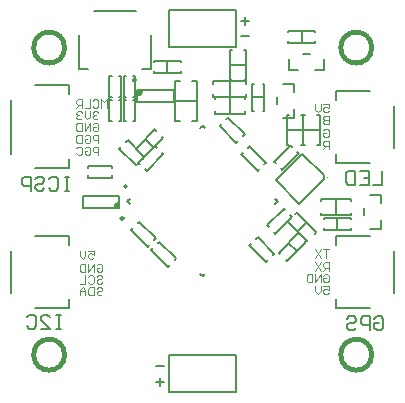
<source format=gbo>
G04*
G04 #@! TF.GenerationSoftware,Altium Limited,Altium Designer,24.5.2 (23)*
G04*
G04 Layer_Color=32896*
%FSLAX44Y44*%
%MOMM*%
G71*
G04*
G04 #@! TF.SameCoordinates,E9FC05D7-2B72-4DC1-8FCA-AC280C2F8AC5*
G04*
G04*
G04 #@! TF.FilePolarity,Positive*
G04*
G01*
G75*
%ADD10C,0.1000*%
%ADD11C,0.2500*%
%ADD12C,0.2000*%
%ADD16C,0.1500*%
%ADD18C,0.1270*%
%ADD107C,0.4400*%
%ADD108C,0.1200*%
G36*
X-70500Y-6000D02*
Y-1000D01*
X-72000D01*
X-75000Y-4000D01*
Y-6000D01*
X-70500D01*
D02*
G37*
G36*
X-55500Y94000D02*
Y89000D01*
X-54000D01*
X-51000Y92000D01*
Y94000D01*
X-55500D01*
D02*
G37*
D10*
X106127Y20414D02*
G03*
X106127Y20414I-500J0D01*
G01*
D11*
X-67000Y-14500D02*
G03*
X-67000Y-14500I-1250J0D01*
G01*
X-56500Y102500D02*
G03*
X-56500Y102500I-1250J0D01*
G01*
D12*
X-70500Y-1000D02*
G03*
X-75000Y-5500I0J-4500D01*
G01*
X-64372Y12339D02*
G03*
X-64372Y12339I-1000J0D01*
G01*
D02*
G03*
X-64372Y12339I-1000J0D01*
G01*
X-55500Y89000D02*
G03*
X-51000Y93500I0J4500D01*
G01*
X-112870Y90700D02*
Y98320D01*
X-142080D02*
X-112870D01*
X-162400Y40140D02*
Y85620D01*
X-142080Y27680D02*
X-112870D01*
Y35300D01*
X-104320Y111870D02*
X-96700D01*
X-104320D02*
Y141080D01*
X-91780Y161400D02*
X-56380D01*
X-43680Y111870D02*
Y141080D01*
X-51300Y111870D02*
X-43680D01*
X112870Y-90320D02*
Y-82700D01*
Y-90320D02*
X142080D01*
X162400Y-77620D02*
Y-42220D01*
X112870Y-29680D02*
X142080D01*
X112870Y-37300D02*
Y-29680D01*
X81586Y-2213D02*
X102799Y19000D01*
Y21828D01*
X84414Y40213D02*
X102799Y21828D01*
X61787Y17586D02*
X84414Y40213D01*
X61787Y17586D02*
X81586Y-2213D01*
X-101500Y4000D02*
X-70500D01*
X-101500Y-6000D02*
X-70500D01*
X-101500D02*
Y4000D01*
X-70500Y-6000D02*
Y4000D01*
X-75000Y-6000D02*
Y-5500D01*
X28650Y130250D02*
Y161750D01*
X-28650Y130250D02*
X28650D01*
X-28650D02*
Y161750D01*
X28650D01*
X68000Y70500D02*
X77000D01*
Y77750D01*
X68000Y99500D02*
X77000D01*
Y92250D02*
Y99500D01*
X63000Y82000D02*
Y88000D01*
X112870Y85700D02*
Y93320D01*
X142080D01*
X162400Y45380D02*
Y80780D01*
X112870Y32680D02*
X142080D01*
X112870D02*
Y40300D01*
X142000Y-23500D02*
X151000D01*
Y-16250D01*
X142000Y5500D02*
X151000D01*
Y-1750D02*
Y5500D01*
X137000Y-12000D02*
Y-6000D01*
X85000Y125000D02*
X91000D01*
X95250Y111000D02*
X102500D01*
Y120000D01*
X73500Y111000D02*
X80750D01*
X73500D02*
Y120000D01*
X-51000Y93500D02*
Y94000D01*
X-55500Y84000D02*
Y94000D01*
X-24500Y84000D02*
Y94000D01*
X-55500D02*
X-24500D01*
X-55500Y84000D02*
X-24500D01*
X-112870Y-37300D02*
Y-29680D01*
X-142080D02*
X-112870D01*
X-162400Y-77780D02*
Y-42380D01*
X-142080Y-90320D02*
X-112870D01*
Y-82700D01*
X-28650Y-161750D02*
X28650D01*
Y-130250D01*
X-28650D02*
X28650D01*
X-28650Y-161750D02*
Y-130250D01*
X145336Y-99420D02*
X147252Y-97504D01*
X151084D01*
X153000Y-99420D01*
Y-107084D01*
X151084Y-109000D01*
X147252D01*
X145336Y-107084D01*
Y-103252D01*
X149168D01*
X141504Y-109000D02*
Y-97504D01*
X135756D01*
X133840Y-99420D01*
Y-103252D01*
X135756Y-105168D01*
X141504D01*
X122343Y-99420D02*
X124259Y-97504D01*
X128091D01*
X130007Y-99420D01*
Y-101336D01*
X128091Y-103252D01*
X124259D01*
X122343Y-105168D01*
Y-107084D01*
X124259Y-109000D01*
X128091D01*
X130007Y-107084D01*
X152000Y25496D02*
Y14000D01*
X144336D01*
X132839Y25496D02*
X140504D01*
Y14000D01*
X132839D01*
X140504Y19748D02*
X136672D01*
X129007Y25496D02*
Y14000D01*
X123259D01*
X121343Y15916D01*
Y23580D01*
X123259Y25496D01*
X129007D01*
X-120000Y-96504D02*
X-123832D01*
X-121916D01*
Y-108000D01*
X-120000D01*
X-123832D01*
X-137244D02*
X-129580D01*
X-137244Y-100336D01*
Y-98420D01*
X-135328Y-96504D01*
X-131496D01*
X-129580Y-98420D01*
X-148741D02*
X-146825Y-96504D01*
X-142993D01*
X-141076Y-98420D01*
Y-106084D01*
X-142993Y-108000D01*
X-146825D01*
X-148741Y-106084D01*
X-113000Y20496D02*
X-116832D01*
X-114916D01*
Y9000D01*
X-113000D01*
X-116832D01*
X-130244Y18580D02*
X-128328Y20496D01*
X-124496D01*
X-122580Y18580D01*
Y10916D01*
X-124496Y9000D01*
X-128328D01*
X-130244Y10916D01*
X-141741Y18580D02*
X-139825Y20496D01*
X-135993D01*
X-134076Y18580D01*
Y16664D01*
X-135993Y14748D01*
X-139825D01*
X-141741Y12832D01*
Y10916D01*
X-139825Y9000D01*
X-135993D01*
X-134076Y10916D01*
X-145573Y9000D02*
Y20496D01*
X-151321D01*
X-153237Y18580D01*
Y14748D01*
X-151321Y12832D01*
X-145573D01*
D16*
X71000Y60000D02*
X85000D01*
X71000Y72700D02*
X72920D01*
X71000Y47300D02*
Y72700D01*
Y47300D02*
X72920D01*
X83080D02*
X85000D01*
Y72700D01*
X83080D02*
X85000D01*
X85000Y60000D02*
X99000D01*
X85000Y72700D02*
X86920D01*
X85000Y47300D02*
Y72700D01*
Y47300D02*
X86920D01*
X97080D02*
X99000D01*
Y72700D01*
X97080D02*
X99000D01*
X113000Y-12000D02*
Y2000D01*
X125700Y80D02*
Y2000D01*
X100300D02*
X125700D01*
X100300Y80D02*
Y2000D01*
Y-12000D02*
Y-10080D01*
Y-12000D02*
X125700D01*
Y-10080D01*
X-97000Y28000D02*
Y30000D01*
X-77000D01*
Y28000D02*
Y30000D01*
Y20000D02*
Y22000D01*
X-97000Y20000D02*
X-77000D01*
X-97000D02*
Y22000D01*
X10300Y86080D02*
Y88000D01*
X35700D01*
Y86080D02*
Y88000D01*
Y74000D02*
Y75920D01*
X10300Y74000D02*
X35700D01*
X10300D02*
Y75920D01*
X23000Y74000D02*
Y88000D01*
Y88000D02*
Y102000D01*
X37000Y99000D02*
Y102000D01*
X9000D02*
X37000D01*
X9000Y99000D02*
Y102000D01*
Y88000D02*
Y91000D01*
Y88000D02*
X37000D01*
Y91000D01*
X23000Y102300D02*
X24920D01*
X23000D02*
Y127700D01*
X24920D01*
X35080D02*
X37000D01*
Y102300D02*
Y127700D01*
X35080Y102300D02*
X37000D01*
X23000Y115000D02*
X37000D01*
X80192Y41950D02*
X81607Y40536D01*
X67464Y26393D02*
X81607Y40536D01*
X66050Y27808D02*
X67464Y26393D01*
X60393Y33464D02*
X61808Y32050D01*
X60393Y33464D02*
X74536Y47607D01*
X75950Y46192D01*
X41920Y76570D02*
X43190D01*
X41920D02*
Y99430D01*
X43190D01*
X50810D02*
X52080D01*
Y76570D02*
Y99430D01*
X50810Y76570D02*
X52080D01*
X41920Y88000D02*
X52080D01*
X95430Y133920D02*
Y135190D01*
X72570Y133920D02*
X95430D01*
X72570D02*
Y135190D01*
Y142810D02*
Y144080D01*
X95430D01*
Y142810D02*
Y144080D01*
X84000Y133920D02*
Y144080D01*
X125430Y-24080D02*
Y-22810D01*
X102570Y-24080D02*
X125430D01*
X102570D02*
Y-22810D01*
Y-15190D02*
Y-13920D01*
X125430D01*
Y-15190D02*
Y-13920D01*
X114000Y-24080D02*
Y-13920D01*
X59192Y-45950D02*
X60607Y-44535D01*
X46464Y-30393D02*
X60607Y-44535D01*
X45050Y-31808D02*
X46464Y-30393D01*
X39393Y-37464D02*
X40808Y-36050D01*
X39393Y-37464D02*
X53536Y-51607D01*
X54950Y-50192D01*
X38050Y45192D02*
X39464Y46607D01*
X53607Y32464D01*
X52192Y31050D02*
X53607Y32464D01*
X46536Y25393D02*
X47950Y26808D01*
X32393Y39536D02*
X46536Y25393D01*
X32393Y39536D02*
X33808Y40950D01*
X-79000Y88000D02*
X-77000D01*
X-79000Y68000D02*
Y88000D01*
Y68000D02*
X-77000D01*
X-71000D02*
X-69000D01*
Y88000D01*
X-71000D02*
X-69000D01*
X-67000D02*
X-65000D01*
X-67000Y68000D02*
Y88000D01*
Y68000D02*
X-65000D01*
X-59000D02*
X-57000D01*
Y88000D01*
X-59000D02*
X-57000D01*
X-30000Y108920D02*
Y119080D01*
X-18570Y117810D02*
Y119080D01*
X-41430D02*
X-18570D01*
X-41430Y117810D02*
Y119080D01*
Y108920D02*
Y110190D01*
Y108920D02*
X-18570D01*
Y110190D01*
X-59000Y86000D02*
X-57000D01*
Y106000D01*
X-59000D02*
X-57000D01*
X-67000D02*
X-65000D01*
X-67000Y86000D02*
Y106000D01*
Y86000D02*
X-65000D01*
X-71000D02*
X-69000D01*
Y106000D01*
X-71000D02*
X-69000D01*
X-79000D02*
X-77000D01*
X-79000Y86000D02*
Y106000D01*
Y86000D02*
X-77000D01*
X54393Y-20536D02*
X55808Y-21950D01*
X54393Y-20536D02*
X68536Y-6393D01*
X69950Y-7808D01*
X74192Y-12050D02*
X75607Y-13464D01*
X61464Y-27607D02*
X75607Y-13464D01*
X60050Y-26192D02*
X61464Y-27607D01*
X-70607Y44535D02*
X-69192Y45950D01*
X-70607Y44535D02*
X-56465Y30393D01*
X-55050Y31808D01*
X-50808Y36050D02*
X-49393Y37464D01*
X-63536Y51607D02*
X-49393Y37464D01*
X-64950Y50192D02*
X-63536Y51607D01*
X80408Y-25592D02*
X87592Y-18408D01*
X94776Y-27388D02*
X95674Y-26490D01*
X79510Y-10326D02*
X95674Y-26490D01*
X78612Y-11224D02*
X79510Y-10326D01*
X72326Y-17510D02*
X73224Y-16612D01*
X72326Y-17510D02*
X88490Y-33674D01*
X89388Y-32776D01*
X72408Y-35408D02*
X79592Y-42592D01*
X70612Y-49776D02*
X71510Y-50674D01*
X87674Y-34510D01*
X86776Y-33612D02*
X87674Y-34510D01*
X80490Y-27326D02*
X81388Y-28224D01*
X64326Y-43490D02*
X80490Y-27326D01*
X64326Y-43490D02*
X65224Y-44388D01*
X-48592Y52592D02*
X-41408Y45408D01*
X-40510Y60674D02*
X-39612Y59776D01*
X-56674Y44510D02*
X-40510Y60674D01*
X-56674Y44510D02*
X-55776Y43612D01*
X-50388Y38224D02*
X-49490Y37326D01*
X-33326Y53490D01*
X-34224Y54388D02*
X-33326Y53490D01*
X-48950Y26808D02*
X-47536Y25393D01*
X-33393Y39536D01*
X-34808Y40950D02*
X-33393Y39536D01*
X-40464Y46607D02*
X-39050Y45192D01*
X-54607Y32464D02*
X-40464Y46607D01*
X-54607Y32464D02*
X-53192Y31050D01*
X-40808Y-32950D02*
X-39393Y-31535D01*
X-53536Y-17393D02*
X-39393Y-31535D01*
X-54950Y-18808D02*
X-53536Y-17393D01*
X-60607Y-24464D02*
X-59192Y-23050D01*
X-60607Y-24464D02*
X-46464Y-38607D01*
X-45050Y-37192D01*
X-43607Y-41465D02*
X-42192Y-40050D01*
X-43607Y-41465D02*
X-29464Y-55607D01*
X-28050Y-54192D01*
X-23808Y-49950D02*
X-22393Y-48536D01*
X-36536Y-34393D02*
X-22393Y-48536D01*
X-37950Y-35808D02*
X-36536Y-34393D01*
X34192Y55050D02*
X35607Y56465D01*
X21464Y70607D02*
X35607Y56465D01*
X20050Y69192D02*
X21464Y70607D01*
X14393Y63536D02*
X15808Y64950D01*
X14393Y63536D02*
X28536Y49393D01*
X29950Y50808D01*
X-23000Y85000D02*
X-5000D01*
X-23000Y68000D02*
X-19000D01*
X-23000D02*
Y102000D01*
X-19000D01*
X-9000D02*
X-5000D01*
Y68000D02*
Y102000D01*
X-9000Y68000D02*
X-5000D01*
X-39500Y-139500D02*
X-32836D01*
X-39500Y-152832D02*
X-32836D01*
X-36168Y-156165D02*
Y-149500D01*
X39500Y152832D02*
X32836D01*
X36168Y156165D02*
Y149500D01*
X39500Y139500D02*
X32836D01*
D18*
X-63640Y0D02*
X-61518Y2121D01*
X-2121Y61518D02*
X0Y63640D01*
Y-63640D02*
X2121Y-61518D01*
X61518Y-2121D02*
X63640Y0D01*
X-63640D02*
X-61518Y-2121D01*
X0Y63640D02*
X2121Y61518D01*
X-2121Y-61518D02*
X0Y-63640D01*
X61518Y2121D02*
X63640Y0D01*
D107*
X143100Y-130000D02*
G03*
X143100Y-130000I-13100J0D01*
G01*
X-116900D02*
G03*
X-116900Y-130000I-13100J0D01*
G01*
X143100Y130000D02*
G03*
X143100Y130000I-13100J0D01*
G01*
X-116900D02*
G03*
X-116900Y130000I-13100J0D01*
G01*
D108*
X102135Y60031D02*
X103301Y61198D01*
X105634D01*
X106800Y60031D01*
Y55366D01*
X105634Y54200D01*
X103301D01*
X102135Y55366D01*
Y57699D01*
X104467D01*
X106800Y72198D02*
Y65200D01*
X103301D01*
X102135Y66366D01*
Y67533D01*
X103301Y68699D01*
X106800D01*
X103301D01*
X102135Y69865D01*
Y71031D01*
X103301Y72198D01*
X106800D01*
X102135Y82198D02*
X106800D01*
Y78699D01*
X104467Y79865D01*
X103301D01*
X102135Y78699D01*
Y76366D01*
X103301Y75200D01*
X105634D01*
X106800Y76366D01*
X99802Y82198D02*
Y77533D01*
X97470Y75200D01*
X95137Y77533D01*
Y82198D01*
X106800Y44200D02*
Y51198D01*
X103301D01*
X102135Y50031D01*
Y47699D01*
X103301Y46533D01*
X106800D01*
X104467D02*
X102135Y44200D01*
X-88200Y39200D02*
Y46198D01*
X-91699D01*
X-92865Y45031D01*
Y42699D01*
X-91699Y41533D01*
X-88200D01*
X-99863Y45031D02*
X-98697Y46198D01*
X-96364D01*
X-95198Y45031D01*
Y40366D01*
X-96364Y39200D01*
X-98697D01*
X-99863Y40366D01*
Y42699D01*
X-97530D01*
X-106861Y45031D02*
X-105694Y46198D01*
X-103362D01*
X-102196Y45031D01*
Y40366D01*
X-103362Y39200D01*
X-105694D01*
X-106861Y40366D01*
X-88200Y49200D02*
Y56198D01*
X-91699D01*
X-92865Y55031D01*
Y52699D01*
X-91699Y51533D01*
X-88200D01*
X-99863Y55031D02*
X-98697Y56198D01*
X-96364D01*
X-95198Y55031D01*
Y50366D01*
X-96364Y49200D01*
X-98697D01*
X-99863Y50366D01*
Y52699D01*
X-97530D01*
X-102196Y56198D02*
Y49200D01*
X-105694D01*
X-106861Y50366D01*
Y55031D01*
X-105694Y56198D01*
X-102196D01*
X-92865Y65031D02*
X-91699Y66198D01*
X-89366D01*
X-88200Y65031D01*
Y60366D01*
X-89366Y59200D01*
X-91699D01*
X-92865Y60366D01*
Y62699D01*
X-90533D01*
X-95198Y59200D02*
Y66198D01*
X-99863Y59200D01*
Y66198D01*
X-102196D02*
Y59200D01*
X-105694D01*
X-106861Y60366D01*
Y65031D01*
X-105694Y66198D01*
X-102196D01*
X-88200Y75031D02*
X-89366Y76198D01*
X-91699D01*
X-92865Y75031D01*
Y73865D01*
X-91699Y72699D01*
X-90533D01*
X-91699D01*
X-92865Y71533D01*
Y70366D01*
X-91699Y69200D01*
X-89366D01*
X-88200Y70366D01*
X-95198Y76198D02*
Y71533D01*
X-97530Y69200D01*
X-99863Y71533D01*
Y76198D01*
X-102196Y75031D02*
X-103362Y76198D01*
X-105694D01*
X-106861Y75031D01*
Y73865D01*
X-105694Y72699D01*
X-104528D01*
X-105694D01*
X-106861Y71533D01*
Y70366D01*
X-105694Y69200D01*
X-103362D01*
X-102196Y70366D01*
X-81200Y79200D02*
Y86198D01*
X-83533Y83865D01*
X-85865Y86198D01*
Y79200D01*
X-92863Y85031D02*
X-91697Y86198D01*
X-89364D01*
X-88198Y85031D01*
Y80366D01*
X-89364Y79200D01*
X-91697D01*
X-92863Y80366D01*
X-95196Y86198D02*
Y79200D01*
X-99861D01*
X-102193D02*
Y86198D01*
X-105692D01*
X-106858Y85031D01*
Y82699D01*
X-105692Y81533D01*
X-102193D01*
X-104526D02*
X-106858Y79200D01*
X102135Y-71802D02*
X106800D01*
Y-75301D01*
X104467Y-74135D01*
X103301D01*
X102135Y-75301D01*
Y-77634D01*
X103301Y-78800D01*
X105634D01*
X106800Y-77634D01*
X99802Y-71802D02*
Y-76467D01*
X97470Y-78800D01*
X95137Y-76467D01*
Y-71802D01*
X102135Y-62969D02*
X103301Y-61802D01*
X105634D01*
X106800Y-62969D01*
Y-67634D01*
X105634Y-68800D01*
X103301D01*
X102135Y-67634D01*
Y-65301D01*
X104467D01*
X99802Y-68800D02*
Y-61802D01*
X95137Y-68800D01*
Y-61802D01*
X92804D02*
Y-68800D01*
X89306D01*
X88139Y-67634D01*
Y-62969D01*
X89306Y-61802D01*
X92804D01*
X106800Y-58800D02*
Y-51802D01*
X103301D01*
X102135Y-52969D01*
Y-55301D01*
X103301Y-56467D01*
X106800D01*
X104467D02*
X102135Y-58800D01*
X99802Y-51802D02*
X95137Y-58800D01*
Y-51802D02*
X99802Y-58800D01*
X106800Y-40802D02*
X102135D01*
X104467D01*
Y-47800D01*
X99802Y-40802D02*
X95137Y-47800D01*
Y-40802D02*
X99802Y-47800D01*
X-96865Y-41802D02*
X-92200D01*
Y-45301D01*
X-94533Y-44135D01*
X-95699D01*
X-96865Y-45301D01*
Y-47634D01*
X-95699Y-48800D01*
X-93366D01*
X-92200Y-47634D01*
X-99198Y-41802D02*
Y-46467D01*
X-101530Y-48800D01*
X-103863Y-46467D01*
Y-41802D01*
X-89865Y-73969D02*
X-88699Y-72802D01*
X-86366D01*
X-85200Y-73969D01*
Y-75135D01*
X-86366Y-76301D01*
X-88699D01*
X-89865Y-77467D01*
Y-78634D01*
X-88699Y-79800D01*
X-86366D01*
X-85200Y-78634D01*
X-92198Y-72802D02*
Y-79800D01*
X-95697D01*
X-96863Y-78634D01*
Y-73969D01*
X-95697Y-72802D01*
X-92198D01*
X-99195Y-79800D02*
Y-75135D01*
X-101528Y-72802D01*
X-103861Y-75135D01*
Y-79800D01*
Y-76301D01*
X-99195D01*
X-89865Y-63969D02*
X-88699Y-62802D01*
X-86366D01*
X-85200Y-63969D01*
Y-65135D01*
X-86366Y-66301D01*
X-88699D01*
X-89865Y-67467D01*
Y-68634D01*
X-88699Y-69800D01*
X-86366D01*
X-85200Y-68634D01*
X-96863Y-63969D02*
X-95697Y-62802D01*
X-93364D01*
X-92198Y-63969D01*
Y-68634D01*
X-93364Y-69800D01*
X-95697D01*
X-96863Y-68634D01*
X-99195Y-62802D02*
Y-69800D01*
X-103861D01*
X-89865Y-53969D02*
X-88699Y-52802D01*
X-86366D01*
X-85200Y-53969D01*
Y-58634D01*
X-86366Y-59800D01*
X-88699D01*
X-89865Y-58634D01*
Y-56301D01*
X-87533D01*
X-92198Y-59800D02*
Y-52802D01*
X-96863Y-59800D01*
Y-52802D01*
X-99195D02*
Y-59800D01*
X-102694D01*
X-103861Y-58634D01*
Y-53969D01*
X-102694Y-52802D01*
X-99195D01*
M02*

</source>
